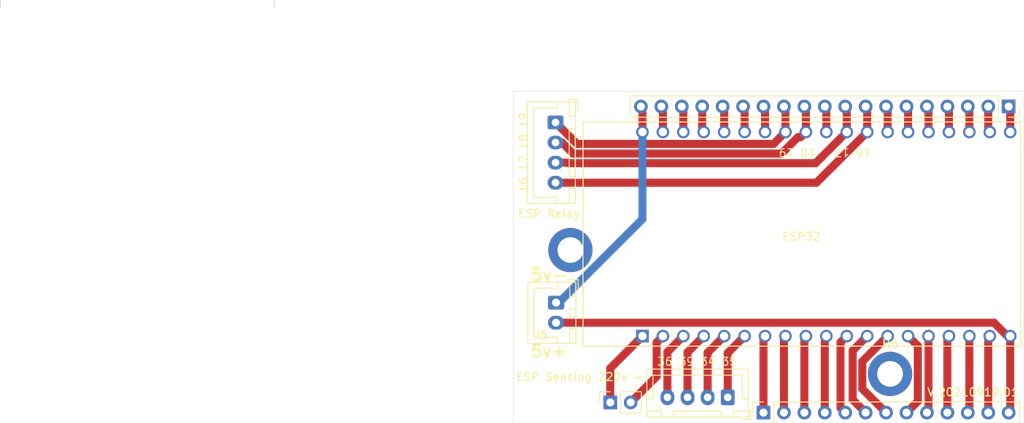
<source format=kicad_pcb>
(kicad_pcb (version 20171130) (host pcbnew "(5.1.6)-1")

  (general
    (thickness 1.6)
    (drawings 17)
    (tracks 103)
    (zones 0)
    (modules 9)
    (nets 41)
  )

  (page A4)
  (layers
    (0 F.Cu signal hide)
    (31 B.Cu signal)
    (32 B.Adhes user hide)
    (33 F.Adhes user hide)
    (34 B.Paste user hide)
    (35 F.Paste user hide)
    (36 B.SilkS user)
    (37 F.SilkS user)
    (38 B.Mask user)
    (39 F.Mask user)
    (40 Dwgs.User user hide)
    (41 Cmts.User user hide)
    (42 Eco1.User user hide)
    (43 Eco2.User user hide)
    (44 Edge.Cuts user)
    (45 Margin user hide)
    (46 B.CrtYd user hide)
    (47 F.CrtYd user hide)
    (48 B.Fab user hide)
    (49 F.Fab user hide)
  )

  (setup
    (last_trace_width 1)
    (user_trace_width 0.4)
    (user_trace_width 1)
    (user_trace_width 2)
    (user_trace_width 3)
    (trace_clearance 0.2)
    (zone_clearance 0.508)
    (zone_45_only no)
    (trace_min 0.2)
    (via_size 0.8)
    (via_drill 0.4)
    (via_min_size 0.4)
    (via_min_drill 0.3)
    (uvia_size 0.3)
    (uvia_drill 0.1)
    (uvias_allowed no)
    (uvia_min_size 0.2)
    (uvia_min_drill 0.1)
    (edge_width 0.05)
    (segment_width 0.2)
    (pcb_text_width 0.3)
    (pcb_text_size 1.5 1.5)
    (mod_edge_width 0.12)
    (mod_text_size 1 1)
    (mod_text_width 0.15)
    (pad_size 1.524 1.524)
    (pad_drill 0.762)
    (pad_to_mask_clearance 0.05)
    (aux_axis_origin 0 0)
    (visible_elements 7FFFFFFF)
    (pcbplotparams
      (layerselection 0x010fc_ffffffff)
      (usegerberextensions false)
      (usegerberattributes false)
      (usegerberadvancedattributes false)
      (creategerberjobfile false)
      (excludeedgelayer true)
      (linewidth 0.100000)
      (plotframeref false)
      (viasonmask false)
      (mode 1)
      (useauxorigin false)
      (hpglpennumber 1)
      (hpglpenspeed 20)
      (hpglpendiameter 15.000000)
      (psnegative false)
      (psa4output false)
      (plotreference true)
      (plotvalue true)
      (plotinvisibletext false)
      (padsonsilk false)
      (subtractmaskfromsilk false)
      (outputformat 1)
      (mirror false)
      (drillshape 0)
      (scaleselection 1)
      (outputdirectory "geber"))
  )

  (net 0 "")
  (net 1 5V+)
  (net 2 "GND(5V)")
  (net 3 "Net-(H6-Pad1)")
  (net 4 "Net-(J3-Pad3)")
  (net 5 "Net-(J3-Pad4)")
  (net 6 "Net-(J3-Pad5)")
  (net 7 "Net-(J3-Pad6)")
  (net 8 "Net-(H7-Pad1)")
  (net 9 "Net-(J2-Pad4)")
  (net 10 "Net-(J2-Pad3)")
  (net 11 "Net-(J2-Pad2)")
  (net 12 "Net-(J2-Pad1)")
  (net 13 "Net-(J6-Pad4)")
  (net 14 "Net-(J6-Pad3)")
  (net 15 "Net-(J6-Pad2)")
  (net 16 "Net-(J6-Pad1)")
  (net 17 "Net-(J1-Pad1)")
  (net 18 "Net-(J1-Pad2)")
  (net 19 "Net-(J3-Pad1)")
  (net 20 "Net-(J3-Pad2)")
  (net 21 "Net-(J3-Pad7)")
  (net 22 "Net-(J3-Pad8)")
  (net 23 "Net-(J3-Pad9)")
  (net 24 "Net-(J3-Pad10)")
  (net 25 "Net-(J3-Pad11)")
  (net 26 "Net-(J3-Pad12)")
  (net 27 "Net-(J4-Pad18)")
  (net 28 "Net-(J4-Pad17)")
  (net 29 "Net-(J4-Pad16)")
  (net 30 "Net-(J4-Pad15)")
  (net 31 "Net-(J4-Pad14)")
  (net 32 "Net-(J4-Pad13)")
  (net 33 "Net-(J4-Pad10)")
  (net 34 "Net-(J4-Pad7)")
  (net 35 "Net-(J4-Pad6)")
  (net 36 "Net-(J4-Pad5)")
  (net 37 "Net-(J4-Pad4)")
  (net 38 "Net-(J4-Pad3)")
  (net 39 "Net-(J4-Pad2)")
  (net 40 "Net-(J4-Pad1)")

  (net_class Default "This is the default net class."
    (clearance 0.2)
    (trace_width 0.25)
    (via_dia 0.8)
    (via_drill 0.4)
    (uvia_dia 0.3)
    (uvia_drill 0.1)
    (add_net 5V+)
    (add_net "GND(5V)")
    (add_net "Net-(H6-Pad1)")
    (add_net "Net-(H7-Pad1)")
    (add_net "Net-(J1-Pad1)")
    (add_net "Net-(J1-Pad2)")
    (add_net "Net-(J2-Pad1)")
    (add_net "Net-(J2-Pad2)")
    (add_net "Net-(J2-Pad3)")
    (add_net "Net-(J2-Pad4)")
    (add_net "Net-(J3-Pad1)")
    (add_net "Net-(J3-Pad10)")
    (add_net "Net-(J3-Pad11)")
    (add_net "Net-(J3-Pad12)")
    (add_net "Net-(J3-Pad2)")
    (add_net "Net-(J3-Pad3)")
    (add_net "Net-(J3-Pad4)")
    (add_net "Net-(J3-Pad5)")
    (add_net "Net-(J3-Pad6)")
    (add_net "Net-(J3-Pad7)")
    (add_net "Net-(J3-Pad8)")
    (add_net "Net-(J3-Pad9)")
    (add_net "Net-(J4-Pad1)")
    (add_net "Net-(J4-Pad10)")
    (add_net "Net-(J4-Pad13)")
    (add_net "Net-(J4-Pad14)")
    (add_net "Net-(J4-Pad15)")
    (add_net "Net-(J4-Pad16)")
    (add_net "Net-(J4-Pad17)")
    (add_net "Net-(J4-Pad18)")
    (add_net "Net-(J4-Pad2)")
    (add_net "Net-(J4-Pad3)")
    (add_net "Net-(J4-Pad4)")
    (add_net "Net-(J4-Pad5)")
    (add_net "Net-(J4-Pad6)")
    (add_net "Net-(J4-Pad7)")
    (add_net "Net-(J6-Pad1)")
    (add_net "Net-(J6-Pad2)")
    (add_net "Net-(J6-Pad3)")
    (add_net "Net-(J6-Pad4)")
  )

  (net_class 220v ""
    (clearance 0.8)
    (trace_width 2)
    (via_dia 3)
    (via_drill 2)
    (uvia_dia 0.3)
    (uvia_drill 0.1)
  )

  (module Connector_PinSocket_2.54mm:PinSocket_1x19_P2.54mm_Vertical (layer F.Cu) (tedit 5A19A430) (tstamp 614A3E18)
    (at 164.465 29.21 270)
    (descr "Through hole straight socket strip, 1x19, 2.54mm pitch, single row (from Kicad 4.0.7), script generated")
    (tags "Through hole socket strip THT 1x19 2.54mm single row")
    (path /614ADAB7)
    (fp_text reference J4 (at 0 -2.77 90) (layer F.SilkS) hide
      (effects (font (size 1 1) (thickness 0.15)))
    )
    (fp_text value Conn_01x19_Male (at 0 48.49 90) (layer F.Fab)
      (effects (font (size 1 1) (thickness 0.15)))
    )
    (fp_text user %R (at 0 22.86) (layer F.Fab)
      (effects (font (size 1 1) (thickness 0.15)))
    )
    (fp_line (start -1.27 -1.27) (end 0.635 -1.27) (layer F.Fab) (width 0.1))
    (fp_line (start 0.635 -1.27) (end 1.27 -0.635) (layer F.Fab) (width 0.1))
    (fp_line (start 1.27 -0.635) (end 1.27 46.99) (layer F.Fab) (width 0.1))
    (fp_line (start 1.27 46.99) (end -1.27 46.99) (layer F.Fab) (width 0.1))
    (fp_line (start -1.27 46.99) (end -1.27 -1.27) (layer F.Fab) (width 0.1))
    (fp_line (start -1.33 1.27) (end 1.33 1.27) (layer F.SilkS) (width 0.12))
    (fp_line (start -1.33 1.27) (end -1.33 47.05) (layer F.SilkS) (width 0.12))
    (fp_line (start -1.33 47.05) (end 1.33 47.05) (layer F.SilkS) (width 0.12))
    (fp_line (start 1.33 1.27) (end 1.33 47.05) (layer F.SilkS) (width 0.12))
    (fp_line (start 1.33 -1.33) (end 1.33 0) (layer F.SilkS) (width 0.12))
    (fp_line (start 0 -1.33) (end 1.33 -1.33) (layer F.SilkS) (width 0.12))
    (fp_line (start -1.8 -1.8) (end 1.75 -1.8) (layer F.CrtYd) (width 0.05))
    (fp_line (start 1.75 -1.8) (end 1.75 47.5) (layer F.CrtYd) (width 0.05))
    (fp_line (start 1.75 47.5) (end -1.8 47.5) (layer F.CrtYd) (width 0.05))
    (fp_line (start -1.8 47.5) (end -1.8 -1.8) (layer F.CrtYd) (width 0.05))
    (pad 19 thru_hole oval (at 0 45.72 270) (size 1.7 1.7) (drill 1) (layers *.Cu *.Mask)
      (net 2 "GND(5V)"))
    (pad 18 thru_hole oval (at 0 43.18 270) (size 1.7 1.7) (drill 1) (layers *.Cu *.Mask)
      (net 27 "Net-(J4-Pad18)"))
    (pad 17 thru_hole oval (at 0 40.64 270) (size 1.7 1.7) (drill 1) (layers *.Cu *.Mask)
      (net 28 "Net-(J4-Pad17)"))
    (pad 16 thru_hole oval (at 0 38.1 270) (size 1.7 1.7) (drill 1) (layers *.Cu *.Mask)
      (net 29 "Net-(J4-Pad16)"))
    (pad 15 thru_hole oval (at 0 35.56 270) (size 1.7 1.7) (drill 1) (layers *.Cu *.Mask)
      (net 30 "Net-(J4-Pad15)"))
    (pad 14 thru_hole oval (at 0 33.02 270) (size 1.7 1.7) (drill 1) (layers *.Cu *.Mask)
      (net 31 "Net-(J4-Pad14)"))
    (pad 13 thru_hole oval (at 0 30.48 270) (size 1.7 1.7) (drill 1) (layers *.Cu *.Mask)
      (net 32 "Net-(J4-Pad13)"))
    (pad 12 thru_hole oval (at 0 27.94 270) (size 1.7 1.7) (drill 1) (layers *.Cu *.Mask)
      (net 12 "Net-(J2-Pad1)"))
    (pad 11 thru_hole oval (at 0 25.4 270) (size 1.7 1.7) (drill 1) (layers *.Cu *.Mask)
      (net 11 "Net-(J2-Pad2)"))
    (pad 10 thru_hole oval (at 0 22.86 270) (size 1.7 1.7) (drill 1) (layers *.Cu *.Mask)
      (net 33 "Net-(J4-Pad10)"))
    (pad 9 thru_hole oval (at 0 20.32 270) (size 1.7 1.7) (drill 1) (layers *.Cu *.Mask)
      (net 10 "Net-(J2-Pad3)"))
    (pad 8 thru_hole oval (at 0 17.78 270) (size 1.7 1.7) (drill 1) (layers *.Cu *.Mask)
      (net 9 "Net-(J2-Pad4)"))
    (pad 7 thru_hole oval (at 0 15.24 270) (size 1.7 1.7) (drill 1) (layers *.Cu *.Mask)
      (net 34 "Net-(J4-Pad7)"))
    (pad 6 thru_hole oval (at 0 12.7 270) (size 1.7 1.7) (drill 1) (layers *.Cu *.Mask)
      (net 35 "Net-(J4-Pad6)"))
    (pad 5 thru_hole oval (at 0 10.16 270) (size 1.7 1.7) (drill 1) (layers *.Cu *.Mask)
      (net 36 "Net-(J4-Pad5)"))
    (pad 4 thru_hole oval (at 0 7.62 270) (size 1.7 1.7) (drill 1) (layers *.Cu *.Mask)
      (net 37 "Net-(J4-Pad4)"))
    (pad 3 thru_hole oval (at 0 5.08 270) (size 1.7 1.7) (drill 1) (layers *.Cu *.Mask)
      (net 38 "Net-(J4-Pad3)"))
    (pad 2 thru_hole oval (at 0 2.54 270) (size 1.7 1.7) (drill 1) (layers *.Cu *.Mask)
      (net 39 "Net-(J4-Pad2)"))
    (pad 1 thru_hole rect (at 0 0 270) (size 1.7 1.7) (drill 1) (layers *.Cu *.Mask)
      (net 40 "Net-(J4-Pad1)"))
    (model ${KISYS3DMOD}/Connector_PinSocket_2.54mm.3dshapes/PinSocket_1x19_P2.54mm_Vertical.wrl
      (at (xyz 0 0 0))
      (scale (xyz 1 1 1))
      (rotate (xyz 0 0 0))
    )
  )

  (module Connector_PinSocket_2.54mm:PinSocket_1x13_P2.54mm_Vertical (layer F.Cu) (tedit 5A19A421) (tstamp 614A3DF1)
    (at 133.985 67.31 90)
    (descr "Through hole straight socket strip, 1x13, 2.54mm pitch, single row (from Kicad 4.0.7), script generated")
    (tags "Through hole socket strip THT 1x13 2.54mm single row")
    (path /614BEADB)
    (fp_text reference J3 (at 0 -2.77 90) (layer F.SilkS) hide
      (effects (font (size 1 1) (thickness 0.15)))
    )
    (fp_text value Conn_01x13_Male (at 0 33.25 90) (layer F.Fab)
      (effects (font (size 1 1) (thickness 0.15)))
    )
    (fp_text user %R (at 0 15.24) (layer F.Fab)
      (effects (font (size 1 1) (thickness 0.15)))
    )
    (fp_line (start -1.27 -1.27) (end 0.635 -1.27) (layer F.Fab) (width 0.1))
    (fp_line (start 0.635 -1.27) (end 1.27 -0.635) (layer F.Fab) (width 0.1))
    (fp_line (start 1.27 -0.635) (end 1.27 31.75) (layer F.Fab) (width 0.1))
    (fp_line (start 1.27 31.75) (end -1.27 31.75) (layer F.Fab) (width 0.1))
    (fp_line (start -1.27 31.75) (end -1.27 -1.27) (layer F.Fab) (width 0.1))
    (fp_line (start -1.33 1.27) (end 1.33 1.27) (layer F.SilkS) (width 0.12))
    (fp_line (start -1.33 1.27) (end -1.33 31.81) (layer F.SilkS) (width 0.12))
    (fp_line (start -1.33 31.81) (end 1.33 31.81) (layer F.SilkS) (width 0.12))
    (fp_line (start 1.33 1.27) (end 1.33 31.81) (layer F.SilkS) (width 0.12))
    (fp_line (start 1.33 -1.33) (end 1.33 0) (layer F.SilkS) (width 0.12))
    (fp_line (start 0 -1.33) (end 1.33 -1.33) (layer F.SilkS) (width 0.12))
    (fp_line (start -1.8 -1.8) (end 1.75 -1.8) (layer F.CrtYd) (width 0.05))
    (fp_line (start 1.75 -1.8) (end 1.75 32.25) (layer F.CrtYd) (width 0.05))
    (fp_line (start 1.75 32.25) (end -1.8 32.25) (layer F.CrtYd) (width 0.05))
    (fp_line (start -1.8 32.25) (end -1.8 -1.8) (layer F.CrtYd) (width 0.05))
    (pad 13 thru_hole oval (at 0 30.48 90) (size 1.7 1.7) (drill 1) (layers *.Cu *.Mask)
      (net 1 5V+))
    (pad 12 thru_hole oval (at 0 27.94 90) (size 1.7 1.7) (drill 1) (layers *.Cu *.Mask)
      (net 26 "Net-(J3-Pad12)"))
    (pad 11 thru_hole oval (at 0 25.4 90) (size 1.7 1.7) (drill 1) (layers *.Cu *.Mask)
      (net 25 "Net-(J3-Pad11)"))
    (pad 10 thru_hole oval (at 0 22.86 90) (size 1.7 1.7) (drill 1) (layers *.Cu *.Mask)
      (net 24 "Net-(J3-Pad10)"))
    (pad 9 thru_hole oval (at 0 20.32 90) (size 1.7 1.7) (drill 1) (layers *.Cu *.Mask)
      (net 23 "Net-(J3-Pad9)"))
    (pad 8 thru_hole oval (at 0 17.78 90) (size 1.7 1.7) (drill 1) (layers *.Cu *.Mask)
      (net 22 "Net-(J3-Pad8)"))
    (pad 7 thru_hole oval (at 0 15.24 90) (size 1.7 1.7) (drill 1) (layers *.Cu *.Mask)
      (net 21 "Net-(J3-Pad7)"))
    (pad 6 thru_hole oval (at 0 12.7 90) (size 1.7 1.7) (drill 1) (layers *.Cu *.Mask)
      (net 7 "Net-(J3-Pad6)"))
    (pad 5 thru_hole oval (at 0 10.16 90) (size 1.7 1.7) (drill 1) (layers *.Cu *.Mask)
      (net 6 "Net-(J3-Pad5)"))
    (pad 4 thru_hole oval (at 0 7.62 90) (size 1.7 1.7) (drill 1) (layers *.Cu *.Mask)
      (net 5 "Net-(J3-Pad4)"))
    (pad 3 thru_hole oval (at 0 5.08 90) (size 1.7 1.7) (drill 1) (layers *.Cu *.Mask)
      (net 4 "Net-(J3-Pad3)"))
    (pad 2 thru_hole oval (at 0 2.54 90) (size 1.7 1.7) (drill 1) (layers *.Cu *.Mask)
      (net 20 "Net-(J3-Pad2)"))
    (pad 1 thru_hole rect (at 0 0 90) (size 1.7 1.7) (drill 1) (layers *.Cu *.Mask)
      (net 19 "Net-(J3-Pad1)"))
    (model ${KISYS3DMOD}/Connector_PinSocket_2.54mm.3dshapes/PinSocket_1x13_P2.54mm_Vertical.wrl
      (at (xyz 0 0 0))
      (scale (xyz 1 1 1))
      (rotate (xyz 0 0 0))
    )
  )

  (module Connector_PinSocket_2.54mm:PinSocket_1x02_P2.54mm_Vertical (layer F.Cu) (tedit 5A19A420) (tstamp 614A3D7C)
    (at 114.935 66.04 90)
    (descr "Through hole straight socket strip, 1x02, 2.54mm pitch, single row (from Kicad 4.0.7), script generated")
    (tags "Through hole socket strip THT 1x02 2.54mm single row")
    (path /614C4A36)
    (fp_text reference J1 (at 0 -2.77 90) (layer F.SilkS) hide
      (effects (font (size 1 1) (thickness 0.15)))
    )
    (fp_text value Conn_01x02_Male (at 0 5.31 90) (layer F.Fab)
      (effects (font (size 1 1) (thickness 0.15)))
    )
    (fp_text user %R (at 0 1.27) (layer F.Fab)
      (effects (font (size 1 1) (thickness 0.15)))
    )
    (fp_line (start -1.27 -1.27) (end 0.635 -1.27) (layer F.Fab) (width 0.1))
    (fp_line (start 0.635 -1.27) (end 1.27 -0.635) (layer F.Fab) (width 0.1))
    (fp_line (start 1.27 -0.635) (end 1.27 3.81) (layer F.Fab) (width 0.1))
    (fp_line (start 1.27 3.81) (end -1.27 3.81) (layer F.Fab) (width 0.1))
    (fp_line (start -1.27 3.81) (end -1.27 -1.27) (layer F.Fab) (width 0.1))
    (fp_line (start -1.33 1.27) (end 1.33 1.27) (layer F.SilkS) (width 0.12))
    (fp_line (start -1.33 1.27) (end -1.33 3.87) (layer F.SilkS) (width 0.12))
    (fp_line (start -1.33 3.87) (end 1.33 3.87) (layer F.SilkS) (width 0.12))
    (fp_line (start 1.33 1.27) (end 1.33 3.87) (layer F.SilkS) (width 0.12))
    (fp_line (start 1.33 -1.33) (end 1.33 0) (layer F.SilkS) (width 0.12))
    (fp_line (start 0 -1.33) (end 1.33 -1.33) (layer F.SilkS) (width 0.12))
    (fp_line (start -1.8 -1.8) (end 1.75 -1.8) (layer F.CrtYd) (width 0.05))
    (fp_line (start 1.75 -1.8) (end 1.75 4.3) (layer F.CrtYd) (width 0.05))
    (fp_line (start 1.75 4.3) (end -1.8 4.3) (layer F.CrtYd) (width 0.05))
    (fp_line (start -1.8 4.3) (end -1.8 -1.8) (layer F.CrtYd) (width 0.05))
    (pad 2 thru_hole oval (at 0 2.54 90) (size 1.7 1.7) (drill 1) (layers *.Cu *.Mask)
      (net 18 "Net-(J1-Pad2)"))
    (pad 1 thru_hole rect (at 0 0 90) (size 1.7 1.7) (drill 1) (layers *.Cu *.Mask)
      (net 17 "Net-(J1-Pad1)"))
    (model ${KISYS3DMOD}/Connector_PinSocket_2.54mm.3dshapes/PinSocket_1x02_P2.54mm_Vertical.wrl
      (at (xyz 0 0 0))
      (scale (xyz 1 1 1))
      (rotate (xyz 0 0 0))
    )
  )

  (module MountingHole:MountingHole_3.2mm_M3_ISO14580_Pad (layer F.Cu) (tedit 56D1B4CB) (tstamp 614A615B)
    (at 109.97692 47.0789)
    (descr "Mounting Hole 3.2mm, M3, ISO14580")
    (tags "mounting hole 3.2mm m3 iso14580")
    (path /615876D7)
    (attr virtual)
    (fp_text reference H7 (at 0 -0.0889) (layer F.SilkS)
      (effects (font (size 1 1) (thickness 0.15)))
    )
    (fp_text value MountingHole_Pad (at 0 3.75) (layer F.Fab)
      (effects (font (size 1 1) (thickness 0.15)))
    )
    (fp_text user %R (at 0.3 0) (layer F.Fab)
      (effects (font (size 1 1) (thickness 0.15)))
    )
    (fp_circle (center 0 0) (end 3 0) (layer F.CrtYd) (width 0.05))
    (fp_circle (center 0 0) (end 2.75 0) (layer Cmts.User) (width 0.15))
    (pad 1 thru_hole circle (at 0 0) (size 5.5 5.5) (drill 3.2) (layers *.Cu *.Mask)
      (net 8 "Net-(H7-Pad1)"))
  )

  (module Connector_JST:JST_XH_B4B-XH-A_1x04_P2.50mm_Vertical (layer F.Cu) (tedit 5C28146C) (tstamp 6148D134)
    (at 108.13034 31.195 270)
    (descr "JST XH series connector, B4B-XH-A (http://www.jst-mfg.com/product/pdf/eng/eXH.pdf), generated with kicad-footprint-generator")
    (tags "connector JST XH vertical")
    (path /614144AF)
    (fp_text reference J2 (at -3.31216 2.6924) (layer F.SilkS) hide
      (effects (font (size 1 1) (thickness 0.15)))
    )
    (fp_text value Conn-ESP-Relays (at 3.75 4.6 90) (layer F.Fab)
      (effects (font (size 1 1) (thickness 0.15)))
    )
    (fp_text user %R (at 3.75 2.7 90) (layer F.Fab)
      (effects (font (size 1 1) (thickness 0.15)))
    )
    (fp_line (start -2.45 -2.35) (end -2.45 3.4) (layer F.Fab) (width 0.1))
    (fp_line (start -2.45 3.4) (end 9.95 3.4) (layer F.Fab) (width 0.1))
    (fp_line (start 9.95 3.4) (end 9.95 -2.35) (layer F.Fab) (width 0.1))
    (fp_line (start 9.95 -2.35) (end -2.45 -2.35) (layer F.Fab) (width 0.1))
    (fp_line (start -2.56 -2.46) (end -2.56 3.51) (layer F.SilkS) (width 0.12))
    (fp_line (start -2.56 3.51) (end 10.06 3.51) (layer F.SilkS) (width 0.12))
    (fp_line (start 10.06 3.51) (end 10.06 -2.46) (layer F.SilkS) (width 0.12))
    (fp_line (start 10.06 -2.46) (end -2.56 -2.46) (layer F.SilkS) (width 0.12))
    (fp_line (start -2.95 -2.85) (end -2.95 3.9) (layer F.CrtYd) (width 0.05))
    (fp_line (start -2.95 3.9) (end 10.45 3.9) (layer F.CrtYd) (width 0.05))
    (fp_line (start 10.45 3.9) (end 10.45 -2.85) (layer F.CrtYd) (width 0.05))
    (fp_line (start 10.45 -2.85) (end -2.95 -2.85) (layer F.CrtYd) (width 0.05))
    (fp_line (start -0.625 -2.35) (end 0 -1.35) (layer F.Fab) (width 0.1))
    (fp_line (start 0 -1.35) (end 0.625 -2.35) (layer F.Fab) (width 0.1))
    (fp_line (start 0.75 -2.45) (end 0.75 -1.7) (layer F.SilkS) (width 0.12))
    (fp_line (start 0.75 -1.7) (end 6.75 -1.7) (layer F.SilkS) (width 0.12))
    (fp_line (start 6.75 -1.7) (end 6.75 -2.45) (layer F.SilkS) (width 0.12))
    (fp_line (start 6.75 -2.45) (end 0.75 -2.45) (layer F.SilkS) (width 0.12))
    (fp_line (start -2.55 -2.45) (end -2.55 -1.7) (layer F.SilkS) (width 0.12))
    (fp_line (start -2.55 -1.7) (end -0.75 -1.7) (layer F.SilkS) (width 0.12))
    (fp_line (start -0.75 -1.7) (end -0.75 -2.45) (layer F.SilkS) (width 0.12))
    (fp_line (start -0.75 -2.45) (end -2.55 -2.45) (layer F.SilkS) (width 0.12))
    (fp_line (start 8.25 -2.45) (end 8.25 -1.7) (layer F.SilkS) (width 0.12))
    (fp_line (start 8.25 -1.7) (end 10.05 -1.7) (layer F.SilkS) (width 0.12))
    (fp_line (start 10.05 -1.7) (end 10.05 -2.45) (layer F.SilkS) (width 0.12))
    (fp_line (start 10.05 -2.45) (end 8.25 -2.45) (layer F.SilkS) (width 0.12))
    (fp_line (start -2.55 -0.2) (end -1.8 -0.2) (layer F.SilkS) (width 0.12))
    (fp_line (start -1.8 -0.2) (end -1.8 2.75) (layer F.SilkS) (width 0.12))
    (fp_line (start -1.8 2.75) (end 3.75 2.75) (layer F.SilkS) (width 0.12))
    (fp_line (start 10.05 -0.2) (end 9.3 -0.2) (layer F.SilkS) (width 0.12))
    (fp_line (start 9.3 -0.2) (end 9.3 2.75) (layer F.SilkS) (width 0.12))
    (fp_line (start 9.3 2.75) (end 3.75 2.75) (layer F.SilkS) (width 0.12))
    (fp_line (start -1.6 -2.75) (end -2.85 -2.75) (layer F.SilkS) (width 0.12))
    (fp_line (start -2.85 -2.75) (end -2.85 -1.5) (layer F.SilkS) (width 0.12))
    (pad 1 thru_hole roundrect (at 0 0 270) (size 1.7 1.95) (drill 0.95) (layers *.Cu *.Mask) (roundrect_rratio 0.147059)
      (net 12 "Net-(J2-Pad1)"))
    (pad 2 thru_hole oval (at 2.5 0 270) (size 1.7 1.95) (drill 0.95) (layers *.Cu *.Mask)
      (net 11 "Net-(J2-Pad2)"))
    (pad 3 thru_hole oval (at 5 0 270) (size 1.7 1.95) (drill 0.95) (layers *.Cu *.Mask)
      (net 10 "Net-(J2-Pad3)"))
    (pad 4 thru_hole oval (at 7.5 0 270) (size 1.7 1.95) (drill 0.95) (layers *.Cu *.Mask)
      (net 9 "Net-(J2-Pad4)"))
    (model ${KISYS3DMOD}/Connector_JST.3dshapes/JST_XH_B4B-XH-A_1x04_P2.50mm_Vertical.wrl
      (at (xyz 0 0 0))
      (scale (xyz 1 1 1))
      (rotate (xyz 0 0 0))
    )
  )

  (module esp32-footprint:MODULE_ESP32-DEVKITC-32D (layer F.Cu) (tedit 6135332B) (tstamp 613E13EF)
    (at 138.69804 45.085 90)
    (path /614B99F7)
    (fp_text reference ESP32 (at -0.31496 -0.00642 180) (layer F.SilkS)
      (effects (font (size 1.000386 1.000386) (thickness 0.15)))
    )
    (fp_text value ESP32-DEVKITC-32D (at 1.24136 28.294535 90) (layer F.Fab)
      (effects (font (size 1.001047 1.001047) (thickness 0.15)))
    )
    (fp_line (start -13.95 -27.15) (end 13.95 -27.15) (layer F.Fab) (width 0.127))
    (fp_line (start 13.95 -27.15) (end 13.95 27.25) (layer F.Fab) (width 0.127))
    (fp_line (start 13.95 27.25) (end -13.95 27.25) (layer F.Fab) (width 0.127))
    (fp_line (start -13.95 27.25) (end -13.95 -27.15) (layer F.Fab) (width 0.127))
    (fp_line (start -13.95 27.25) (end -13.95 -27.15) (layer F.SilkS) (width 0.127))
    (fp_line (start -13.95 -27.15) (end 13.95 -27.15) (layer F.SilkS) (width 0.127))
    (fp_line (start 13.95 -27.15) (end 13.95 27.25) (layer F.SilkS) (width 0.127))
    (fp_line (start 13.95 27.25) (end -13.95 27.25) (layer F.SilkS) (width 0.127))
    (fp_line (start -14.2 -27.4) (end 14.2 -27.4) (layer F.CrtYd) (width 0.05))
    (fp_line (start 14.2 -27.4) (end 14.2 27.5) (layer F.CrtYd) (width 0.05))
    (fp_line (start 14.2 27.5) (end -14.2 27.5) (layer F.CrtYd) (width 0.05))
    (fp_line (start -14.2 27.5) (end -14.2 -27.4) (layer F.CrtYd) (width 0.05))
    (fp_circle (center -14.6 -19.9) (end -14.46 -19.9) (layer F.Fab) (width 0.28))
    (fp_circle (center -14.6 -19.9) (end -14.46 -19.9) (layer F.Fab) (width 0.28))
    (pad 1 thru_hole rect (at -12.7 -19.76 90) (size 1.56 1.56) (drill 1.04) (layers *.Cu *.Mask)
      (net 17 "Net-(J1-Pad1)"))
    (pad 2 thru_hole circle (at -12.7 -17.22 90) (size 1.56 1.56) (drill 1.04) (layers *.Cu *.Mask)
      (net 18 "Net-(J1-Pad2)"))
    (pad 19 thru_hole circle (at -12.7 25.96 90) (size 1.56 1.56) (drill 1.04) (layers *.Cu *.Mask)
      (net 1 5V+))
    (pad 3 thru_hole circle (at -12.7 -14.68 90) (size 1.56 1.56) (drill 1.04) (layers *.Cu *.Mask)
      (net 13 "Net-(J6-Pad4)"))
    (pad 4 thru_hole circle (at -12.7 -12.14 90) (size 1.56 1.56) (drill 1.04) (layers *.Cu *.Mask)
      (net 14 "Net-(J6-Pad3)"))
    (pad 5 thru_hole circle (at -12.7 -9.6 90) (size 1.56 1.56) (drill 1.04) (layers *.Cu *.Mask)
      (net 15 "Net-(J6-Pad2)"))
    (pad 6 thru_hole circle (at -12.7 -7.06 90) (size 1.56 1.56) (drill 1.04) (layers *.Cu *.Mask)
      (net 16 "Net-(J6-Pad1)"))
    (pad 7 thru_hole circle (at -12.7 -4.52 90) (size 1.56 1.56) (drill 1.04) (layers *.Cu *.Mask)
      (net 19 "Net-(J3-Pad1)"))
    (pad 8 thru_hole circle (at -12.7 -1.98 90) (size 1.56 1.56) (drill 1.04) (layers *.Cu *.Mask)
      (net 20 "Net-(J3-Pad2)"))
    (pad 9 thru_hole circle (at -12.7 0.56 90) (size 1.56 1.56) (drill 1.04) (layers *.Cu *.Mask)
      (net 4 "Net-(J3-Pad3)"))
    (pad 10 thru_hole circle (at -12.7 3.1 90) (size 1.56 1.56) (drill 1.04) (layers *.Cu *.Mask)
      (net 5 "Net-(J3-Pad4)"))
    (pad 11 thru_hole circle (at -12.7 5.64 90) (size 1.56 1.56) (drill 1.04) (layers *.Cu *.Mask)
      (net 6 "Net-(J3-Pad5)"))
    (pad 12 thru_hole circle (at -12.7 8.18 90) (size 1.56 1.56) (drill 1.04) (layers *.Cu *.Mask)
      (net 7 "Net-(J3-Pad6)"))
    (pad 13 thru_hole circle (at -12.7 10.72 90) (size 1.56 1.56) (drill 1.04) (layers *.Cu *.Mask)
      (net 21 "Net-(J3-Pad7)"))
    (pad 14 thru_hole circle (at -12.7 13.26 90) (size 1.56 1.56) (drill 1.04) (layers *.Cu *.Mask)
      (net 22 "Net-(J3-Pad8)"))
    (pad 15 thru_hole circle (at -12.7 15.8 90) (size 1.56 1.56) (drill 1.04) (layers *.Cu *.Mask)
      (net 23 "Net-(J3-Pad9)"))
    (pad 16 thru_hole circle (at -12.7 18.34 90) (size 1.56 1.56) (drill 1.04) (layers *.Cu *.Mask)
      (net 24 "Net-(J3-Pad10)"))
    (pad 17 thru_hole circle (at -12.7 20.88 90) (size 1.56 1.56) (drill 1.04) (layers *.Cu *.Mask)
      (net 25 "Net-(J3-Pad11)"))
    (pad 18 thru_hole circle (at -12.7 23.42 90) (size 1.56 1.56) (drill 1.04) (layers *.Cu *.Mask)
      (net 26 "Net-(J3-Pad12)"))
    (pad 20 thru_hole circle (at 12.7 -19.76 90) (size 1.56 1.56) (drill 1.04) (layers *.Cu *.Mask)
      (net 2 "GND(5V)"))
    (pad 21 thru_hole circle (at 12.7 -17.22 90) (size 1.56 1.56) (drill 1.04) (layers *.Cu *.Mask)
      (net 27 "Net-(J4-Pad18)"))
    (pad 22 thru_hole circle (at 12.7 -14.68 90) (size 1.56 1.56) (drill 1.04) (layers *.Cu *.Mask)
      (net 28 "Net-(J4-Pad17)"))
    (pad 23 thru_hole circle (at 12.7 -12.14 90) (size 1.56 1.56) (drill 1.04) (layers *.Cu *.Mask)
      (net 29 "Net-(J4-Pad16)"))
    (pad 24 thru_hole circle (at 12.7 -9.6 90) (size 1.56 1.56) (drill 1.04) (layers *.Cu *.Mask)
      (net 30 "Net-(J4-Pad15)"))
    (pad 25 thru_hole circle (at 12.7 -7.06 90) (size 1.56 1.56) (drill 1.04) (layers *.Cu *.Mask)
      (net 31 "Net-(J4-Pad14)"))
    (pad 26 thru_hole circle (at 12.7 -4.52 90) (size 1.56 1.56) (drill 1.04) (layers *.Cu *.Mask)
      (net 32 "Net-(J4-Pad13)"))
    (pad 27 thru_hole circle (at 12.7 -1.98 90) (size 1.56 1.56) (drill 1.04) (layers *.Cu *.Mask)
      (net 12 "Net-(J2-Pad1)"))
    (pad 28 thru_hole circle (at 12.7 0.56 90) (size 1.56 1.56) (drill 1.04) (layers *.Cu *.Mask)
      (net 11 "Net-(J2-Pad2)"))
    (pad 29 thru_hole circle (at 12.7 3.1 90) (size 1.56 1.56) (drill 1.04) (layers *.Cu *.Mask)
      (net 33 "Net-(J4-Pad10)"))
    (pad 30 thru_hole circle (at 12.7 5.64 90) (size 1.56 1.56) (drill 1.04) (layers *.Cu *.Mask)
      (net 10 "Net-(J2-Pad3)"))
    (pad 31 thru_hole circle (at 12.7 8.18 90) (size 1.56 1.56) (drill 1.04) (layers *.Cu *.Mask)
      (net 9 "Net-(J2-Pad4)"))
    (pad 32 thru_hole circle (at 12.7 10.72 90) (size 1.56 1.56) (drill 1.04) (layers *.Cu *.Mask)
      (net 34 "Net-(J4-Pad7)"))
    (pad 33 thru_hole circle (at 12.7 13.26 90) (size 1.56 1.56) (drill 1.04) (layers *.Cu *.Mask)
      (net 35 "Net-(J4-Pad6)"))
    (pad 34 thru_hole circle (at 12.7 15.8 90) (size 1.56 1.56) (drill 1.04) (layers *.Cu *.Mask)
      (net 36 "Net-(J4-Pad5)"))
    (pad 35 thru_hole circle (at 12.7 18.34 90) (size 1.56 1.56) (drill 1.04) (layers *.Cu *.Mask)
      (net 37 "Net-(J4-Pad4)"))
    (pad 36 thru_hole circle (at 12.7 20.88 90) (size 1.56 1.56) (drill 1.04) (layers *.Cu *.Mask)
      (net 38 "Net-(J4-Pad3)"))
    (pad 37 thru_hole circle (at 12.7 23.42 90) (size 1.56 1.56) (drill 1.04) (layers *.Cu *.Mask)
      (net 39 "Net-(J4-Pad2)"))
    (pad 38 thru_hole circle (at 12.7 25.96 90) (size 1.56 1.56) (drill 1.04) (layers *.Cu *.Mask)
      (net 40 "Net-(J4-Pad1)"))
  )

  (module Connector_JST:JST_XH_B4B-XH-A_1x04_P2.50mm_Vertical (layer F.Cu) (tedit 5C28146C) (tstamp 613E29FF)
    (at 129.54 65.405 180)
    (descr "JST XH series connector, B4B-XH-A (http://www.jst-mfg.com/product/pdf/eng/eXH.pdf), generated with kicad-footprint-generator")
    (tags "connector JST XH vertical")
    (path /6140A7FD)
    (fp_text reference J6 (at -3.81 0) (layer F.SilkS) hide
      (effects (font (size 1 1) (thickness 0.15)))
    )
    (fp_text value Conn-Esp-Sensors (at 3.75 4.6) (layer F.Fab)
      (effects (font (size 1 1) (thickness 0.15)))
    )
    (fp_text user %R (at 3.75 2.7) (layer F.Fab)
      (effects (font (size 1 1) (thickness 0.15)))
    )
    (fp_line (start -2.85 -2.75) (end -2.85 -1.5) (layer F.SilkS) (width 0.12))
    (fp_line (start -1.6 -2.75) (end -2.85 -2.75) (layer F.SilkS) (width 0.12))
    (fp_line (start 9.3 2.75) (end 3.75 2.75) (layer F.SilkS) (width 0.12))
    (fp_line (start 9.3 -0.2) (end 9.3 2.75) (layer F.SilkS) (width 0.12))
    (fp_line (start 10.05 -0.2) (end 9.3 -0.2) (layer F.SilkS) (width 0.12))
    (fp_line (start -1.8 2.75) (end 3.75 2.75) (layer F.SilkS) (width 0.12))
    (fp_line (start -1.8 -0.2) (end -1.8 2.75) (layer F.SilkS) (width 0.12))
    (fp_line (start -2.55 -0.2) (end -1.8 -0.2) (layer F.SilkS) (width 0.12))
    (fp_line (start 10.05 -2.45) (end 8.25 -2.45) (layer F.SilkS) (width 0.12))
    (fp_line (start 10.05 -1.7) (end 10.05 -2.45) (layer F.SilkS) (width 0.12))
    (fp_line (start 8.25 -1.7) (end 10.05 -1.7) (layer F.SilkS) (width 0.12))
    (fp_line (start 8.25 -2.45) (end 8.25 -1.7) (layer F.SilkS) (width 0.12))
    (fp_line (start -0.75 -2.45) (end -2.55 -2.45) (layer F.SilkS) (width 0.12))
    (fp_line (start -0.75 -1.7) (end -0.75 -2.45) (layer F.SilkS) (width 0.12))
    (fp_line (start -2.55 -1.7) (end -0.75 -1.7) (layer F.SilkS) (width 0.12))
    (fp_line (start -2.55 -2.45) (end -2.55 -1.7) (layer F.SilkS) (width 0.12))
    (fp_line (start 6.75 -2.45) (end 0.75 -2.45) (layer F.SilkS) (width 0.12))
    (fp_line (start 6.75 -1.7) (end 6.75 -2.45) (layer F.SilkS) (width 0.12))
    (fp_line (start 0.75 -1.7) (end 6.75 -1.7) (layer F.SilkS) (width 0.12))
    (fp_line (start 0.75 -2.45) (end 0.75 -1.7) (layer F.SilkS) (width 0.12))
    (fp_line (start 0 -1.35) (end 0.625 -2.35) (layer F.Fab) (width 0.1))
    (fp_line (start -0.625 -2.35) (end 0 -1.35) (layer F.Fab) (width 0.1))
    (fp_line (start 10.45 -2.85) (end -2.95 -2.85) (layer F.CrtYd) (width 0.05))
    (fp_line (start 10.45 3.9) (end 10.45 -2.85) (layer F.CrtYd) (width 0.05))
    (fp_line (start -2.95 3.9) (end 10.45 3.9) (layer F.CrtYd) (width 0.05))
    (fp_line (start -2.95 -2.85) (end -2.95 3.9) (layer F.CrtYd) (width 0.05))
    (fp_line (start 10.06 -2.46) (end -2.56 -2.46) (layer F.SilkS) (width 0.12))
    (fp_line (start 10.06 3.51) (end 10.06 -2.46) (layer F.SilkS) (width 0.12))
    (fp_line (start -2.56 3.51) (end 10.06 3.51) (layer F.SilkS) (width 0.12))
    (fp_line (start -2.56 -2.46) (end -2.56 3.51) (layer F.SilkS) (width 0.12))
    (fp_line (start 9.95 -2.35) (end -2.45 -2.35) (layer F.Fab) (width 0.1))
    (fp_line (start 9.95 3.4) (end 9.95 -2.35) (layer F.Fab) (width 0.1))
    (fp_line (start -2.45 3.4) (end 9.95 3.4) (layer F.Fab) (width 0.1))
    (fp_line (start -2.45 -2.35) (end -2.45 3.4) (layer F.Fab) (width 0.1))
    (pad 1 thru_hole roundrect (at 0 0 180) (size 1.7 1.95) (drill 0.95) (layers *.Cu *.Mask) (roundrect_rratio 0.147059)
      (net 16 "Net-(J6-Pad1)"))
    (pad 2 thru_hole oval (at 2.5 0 180) (size 1.7 1.95) (drill 0.95) (layers *.Cu *.Mask)
      (net 15 "Net-(J6-Pad2)"))
    (pad 3 thru_hole oval (at 5 0 180) (size 1.7 1.95) (drill 0.95) (layers *.Cu *.Mask)
      (net 14 "Net-(J6-Pad3)"))
    (pad 4 thru_hole oval (at 7.5 0 180) (size 1.7 1.95) (drill 0.95) (layers *.Cu *.Mask)
      (net 13 "Net-(J6-Pad4)"))
    (model ${KISYS3DMOD}/Connector_JST.3dshapes/JST_XH_B4B-XH-A_1x04_P2.50mm_Vertical.wrl
      (at (xyz 0 0 0))
      (scale (xyz 1 1 1))
      (rotate (xyz 0 0 0))
    )
  )

  (module Connector_JST:JST_XH_B2B-XH-A_1x02_P2.50mm_Vertical (layer F.Cu) (tedit 5C28146C) (tstamp 613E28E9)
    (at 108.19892 53.62194 270)
    (descr "JST XH series connector, B2B-XH-A (http://www.jst-mfg.com/product/pdf/eng/eXH.pdf), generated with kicad-footprint-generator")
    (tags "connector JST XH vertical")
    (path /6143ACB7)
    (fp_text reference J5 (at 4.0513 1.88468) (layer F.SilkS)
      (effects (font (size 1 1) (thickness 0.15)))
    )
    (fp_text value Conn_01x02 (at 1.25 4.6 90) (layer F.Fab)
      (effects (font (size 1 1) (thickness 0.15)))
    )
    (fp_text user %R (at 1.25 2.7 90) (layer F.Fab)
      (effects (font (size 1 1) (thickness 0.15)))
    )
    (fp_line (start -2.85 -2.75) (end -2.85 -1.5) (layer F.SilkS) (width 0.12))
    (fp_line (start -1.6 -2.75) (end -2.85 -2.75) (layer F.SilkS) (width 0.12))
    (fp_line (start 4.3 2.75) (end 1.25 2.75) (layer F.SilkS) (width 0.12))
    (fp_line (start 4.3 -0.2) (end 4.3 2.75) (layer F.SilkS) (width 0.12))
    (fp_line (start 5.05 -0.2) (end 4.3 -0.2) (layer F.SilkS) (width 0.12))
    (fp_line (start -1.8 2.75) (end 1.25 2.75) (layer F.SilkS) (width 0.12))
    (fp_line (start -1.8 -0.2) (end -1.8 2.75) (layer F.SilkS) (width 0.12))
    (fp_line (start -2.55 -0.2) (end -1.8 -0.2) (layer F.SilkS) (width 0.12))
    (fp_line (start 5.05 -2.45) (end 3.25 -2.45) (layer F.SilkS) (width 0.12))
    (fp_line (start 5.05 -1.7) (end 5.05 -2.45) (layer F.SilkS) (width 0.12))
    (fp_line (start 3.25 -1.7) (end 5.05 -1.7) (layer F.SilkS) (width 0.12))
    (fp_line (start 3.25 -2.45) (end 3.25 -1.7) (layer F.SilkS) (width 0.12))
    (fp_line (start -0.75 -2.45) (end -2.55 -2.45) (layer F.SilkS) (width 0.12))
    (fp_line (start -0.75 -1.7) (end -0.75 -2.45) (layer F.SilkS) (width 0.12))
    (fp_line (start -2.55 -1.7) (end -0.75 -1.7) (layer F.SilkS) (width 0.12))
    (fp_line (start -2.55 -2.45) (end -2.55 -1.7) (layer F.SilkS) (width 0.12))
    (fp_line (start 1.75 -2.45) (end 0.75 -2.45) (layer F.SilkS) (width 0.12))
    (fp_line (start 1.75 -1.7) (end 1.75 -2.45) (layer F.SilkS) (width 0.12))
    (fp_line (start 0.75 -1.7) (end 1.75 -1.7) (layer F.SilkS) (width 0.12))
    (fp_line (start 0.75 -2.45) (end 0.75 -1.7) (layer F.SilkS) (width 0.12))
    (fp_line (start 0 -1.35) (end 0.625 -2.35) (layer F.Fab) (width 0.1))
    (fp_line (start -0.625 -2.35) (end 0 -1.35) (layer F.Fab) (width 0.1))
    (fp_line (start 5.45 -2.85) (end -2.95 -2.85) (layer F.CrtYd) (width 0.05))
    (fp_line (start 5.45 3.9) (end 5.45 -2.85) (layer F.CrtYd) (width 0.05))
    (fp_line (start -2.95 3.9) (end 5.45 3.9) (layer F.CrtYd) (width 0.05))
    (fp_line (start -2.95 -2.85) (end -2.95 3.9) (layer F.CrtYd) (width 0.05))
    (fp_line (start 5.06 -2.46) (end -2.56 -2.46) (layer F.SilkS) (width 0.12))
    (fp_line (start 5.06 3.51) (end 5.06 -2.46) (layer F.SilkS) (width 0.12))
    (fp_line (start -2.56 3.51) (end 5.06 3.51) (layer F.SilkS) (width 0.12))
    (fp_line (start -2.56 -2.46) (end -2.56 3.51) (layer F.SilkS) (width 0.12))
    (fp_line (start 4.95 -2.35) (end -2.45 -2.35) (layer F.Fab) (width 0.1))
    (fp_line (start 4.95 3.4) (end 4.95 -2.35) (layer F.Fab) (width 0.1))
    (fp_line (start -2.45 3.4) (end 4.95 3.4) (layer F.Fab) (width 0.1))
    (fp_line (start -2.45 -2.35) (end -2.45 3.4) (layer F.Fab) (width 0.1))
    (pad 1 thru_hole roundrect (at 0 0 270) (size 1.7 2) (drill 1) (layers *.Cu *.Mask) (roundrect_rratio 0.147059)
      (net 2 "GND(5V)"))
    (pad 2 thru_hole oval (at 2.5 0 270) (size 1.7 2) (drill 1) (layers *.Cu *.Mask)
      (net 1 5V+))
    (model ${KISYS3DMOD}/Connector_JST.3dshapes/JST_XH_B2B-XH-A_1x02_P2.50mm_Vertical.wrl
      (at (xyz 0 0 0))
      (scale (xyz 1 1 1))
      (rotate (xyz 0 0 0))
    )
  )

  (module MountingHole:MountingHole_3.2mm_M3_ISO14580_Pad (layer F.Cu) (tedit 56D1B4CB) (tstamp 613E2651)
    (at 149.7203 62.48908)
    (descr "Mounting Hole 3.2mm, M3, ISO14580")
    (tags "mounting hole 3.2mm m3 iso14580")
    (path /618C4621)
    (attr virtual)
    (fp_text reference H6 (at 0 -3.75) (layer F.SilkS)
      (effects (font (size 1 1) (thickness 0.15)))
    )
    (fp_text value MountingHole_Pad (at 0 3.75) (layer F.Fab)
      (effects (font (size 1 1) (thickness 0.15)))
    )
    (fp_circle (center 0 0) (end 2.75 0) (layer Cmts.User) (width 0.15))
    (fp_circle (center 0 0) (end 3 0) (layer F.CrtYd) (width 0.05))
    (fp_text user %R (at 0.3 0) (layer F.Fab)
      (effects (font (size 1 1) (thickness 0.15)))
    )
    (pad 1 thru_hole circle (at 0 0) (size 5.5 5.5) (drill 3.2) (layers *.Cu *.Mask)
      (net 3 "Net-(H6-Pad1)"))
  )

  (gr_text "36 39 34 35" (at 125.73 60.96) (layer F.SilkS) (tstamp 614A4D86)
    (effects (font (size 1 1) (thickness 0.125)))
  )
  (gr_text "16 17 18 19" (at 104.14 34.925 90) (layer F.SilkS) (tstamp 614A4D37)
    (effects (font (size 1 1) (thickness 0.125)))
  )
  (gr_text "16 17   18 19" (at 141.605 34.925 180) (layer F.SilkS)
    (effects (font (size 1 1) (thickness 0.125)))
  )
  (gr_line (start 166.37 27.305) (end 102.87 27.305) (layer Edge.Cuts) (width 0.05) (tstamp 613E14B4))
  (gr_line (start 73.152 16.891) (end 73.152 16.002) (layer Edge.Cuts) (width 0.1))
  (gr_text 5v- (at 107.315 50.165) (layer F.SilkS) (tstamp 614A2A98)
    (effects (font (size 1.5 1.5) (thickness 0.3)))
  )
  (gr_text 5v+ (at 107.315 59.69) (layer F.SilkS)
    (effects (font (size 1.5 1.5) (thickness 0.3)))
  )
  (gr_text "ESP Relay" (at 107.315 42.545) (layer F.SilkS) (tstamp 61490641)
    (effects (font (size 1 1) (thickness 0.15)))
  )
  (gr_text "ESP Sensing 220v →" (at 111.125 62.865) (layer F.SilkS) (tstamp 61494C90)
    (effects (font (size 1 1) (thickness 0.15)))
  )
  (gr_arc (start 95.758 58.166) (end 95.758 56.642) (angle -270) (layer Dwgs.User) (width 0.15))
  (gr_text V.20210919.01 (at 160.02 64.77) (layer F.SilkS)
    (effects (font (size 1 1) (thickness 0.15)))
  )
  (gr_line (start 39.116 16.891) (end 39.116 16.002) (layer Edge.Cuts) (width 0.1))
  (dimension 76.2 (width 0.15) (layer Dwgs.User)
    (gr_text "76.200 mm" (at -2.57 49.53 270) (layer Dwgs.User)
      (effects (font (size 1 1) (thickness 0.15)))
    )
    (feature1 (pts (xy 21.59 87.63) (xy -1.856421 87.63)))
    (feature2 (pts (xy 21.59 11.43) (xy -1.856421 11.43)))
    (crossbar (pts (xy -1.27 11.43) (xy -1.27 87.63)))
    (arrow1a (pts (xy -1.27 87.63) (xy -1.856421 86.503496)))
    (arrow1b (pts (xy -1.27 87.63) (xy -0.683579 86.503496)))
    (arrow2a (pts (xy -1.27 11.43) (xy -1.856421 12.556504)))
    (arrow2b (pts (xy -1.27 11.43) (xy -0.683579 12.556504)))
  )
  (gr_line (start 102.87 68.58) (end 102.87 27.27198) (layer Edge.Cuts) (width 0.05) (tstamp 614A2E80))
  (dimension 144.78 (width 0.15) (layer Dwgs.User) (tstamp 614739F5)
    (gr_text "144.780 mm" (at 93.98 -5.11) (layer Dwgs.User) (tstamp 614739F5)
      (effects (font (size 1 1) (thickness 0.15)))
    )
    (feature1 (pts (xy 166.37 11.43) (xy 166.37 -4.396421)))
    (feature2 (pts (xy 21.59 11.43) (xy 21.59 -4.396421)))
    (crossbar (pts (xy 21.59 -3.81) (xy 166.37 -3.81)))
    (arrow1a (pts (xy 166.37 -3.81) (xy 165.243496 -3.223579)))
    (arrow1b (pts (xy 166.37 -3.81) (xy 165.243496 -4.396421)))
    (arrow2a (pts (xy 21.59 -3.81) (xy 22.716504 -3.223579)))
    (arrow2b (pts (xy 21.59 -3.81) (xy 22.716504 -4.396421)))
  )
  (gr_line (start 166.37 68.58) (end 102.87 68.58) (layer Edge.Cuts) (width 0.05) (tstamp 613E14B7))
  (gr_line (start 166.37 68.58) (end 166.37 27.305) (layer Edge.Cuts) (width 0.05) (tstamp 613E14B1))

  (segment (start 164.65804 67.11696) (end 164.465 67.31) (width 1) (layer F.Cu) (net 1))
  (segment (start 164.65804 57.785) (end 164.65804 67.11696) (width 1) (layer F.Cu) (net 1))
  (segment (start 164.308442 57.785) (end 164.65804 57.785) (width 1) (layer F.Cu) (net 1))
  (segment (start 162.645382 56.12194) (end 164.308442 57.785) (width 1) (layer F.Cu) (net 1))
  (segment (start 108.19892 56.12194) (end 162.645382 56.12194) (width 1) (layer F.Cu) (net 1))
  (segment (start 118.93804 29.40304) (end 118.745 29.21) (width 1) (layer F.Cu) (net 2))
  (segment (start 118.93804 32.385) (end 118.93804 29.40304) (width 1) (layer F.Cu) (net 2))
  (segment (start 108.539882 53.62194) (end 108.19892 53.62194) (width 1) (layer B.Cu) (net 2))
  (segment (start 118.93804 43.223782) (end 108.539882 53.62194) (width 1) (layer B.Cu) (net 2))
  (segment (start 118.93804 32.385) (end 118.93804 43.223782) (width 1) (layer B.Cu) (net 2))
  (segment (start 139.065 57.97804) (end 139.25804 57.785) (width 1) (layer F.Cu) (net 4))
  (segment (start 139.065 67.31) (end 139.065 57.97804) (width 1) (layer F.Cu) (net 4))
  (segment (start 141.605 57.97804) (end 141.79804 57.785) (width 1) (layer F.Cu) (net 5))
  (segment (start 141.605 67.31) (end 141.605 57.97804) (width 1) (layer F.Cu) (net 5))
  (segment (start 143.558041 66.723041) (end 144.145 67.31) (width 1) (layer F.Cu) (net 6))
  (segment (start 143.558041 58.564999) (end 143.558041 66.723041) (width 1) (layer F.Cu) (net 6))
  (segment (start 144.33804 57.785) (end 143.558041 58.564999) (width 1) (layer F.Cu) (net 6))
  (segment (start 145.070289 59.592751) (end 146.87804 57.785) (width 1) (layer F.Cu) (net 7))
  (segment (start 145.070289 65.695289) (end 145.070289 59.592751) (width 1) (layer F.Cu) (net 7))
  (segment (start 146.685 67.31) (end 145.070289 65.695289) (width 1) (layer F.Cu) (net 7))
  (segment (start 146.87804 29.40304) (end 146.685 29.21) (width 1) (layer F.Cu) (net 9))
  (segment (start 146.87804 32.385) (end 146.87804 29.40304) (width 1) (layer F.Cu) (net 9))
  (segment (start 140.56804 38.695) (end 146.87804 32.385) (width 1) (layer F.Cu) (net 9))
  (segment (start 108.13034 38.695) (end 140.56804 38.695) (width 1) (layer F.Cu) (net 9))
  (segment (start 144.33804 29.40304) (end 144.145 29.21) (width 1) (layer F.Cu) (net 10))
  (segment (start 144.33804 32.385) (end 144.33804 29.40304) (width 1) (layer F.Cu) (net 10))
  (segment (start 140.458019 36.265021) (end 144.33804 32.385) (width 1) (layer F.Cu) (net 10))
  (segment (start 109.806221 36.265021) (end 140.458019 36.265021) (width 1) (layer F.Cu) (net 10))
  (segment (start 109.7362 36.195) (end 109.806221 36.265021) (width 1) (layer F.Cu) (net 10))
  (segment (start 108.13034 36.195) (end 109.7362 36.195) (width 1) (layer F.Cu) (net 10))
  (segment (start 139.25804 29.40304) (end 139.065 29.21) (width 1) (layer F.Cu) (net 11))
  (segment (start 139.25804 32.385) (end 139.25804 29.40304) (width 1) (layer F.Cu) (net 11))
  (segment (start 138.62304 33.02) (end 139.25804 32.385) (width 1) (layer F.Cu) (net 11))
  (segment (start 108.93327 33.695) (end 110.303281 35.065011) (width 1) (layer F.Cu) (net 11))
  (segment (start 110.303281 35.065011) (end 136.228431 35.065011) (width 1) (layer F.Cu) (net 11))
  (segment (start 108.13034 33.695) (end 108.93327 33.695) (width 1) (layer F.Cu) (net 11))
  (segment (start 136.228431 35.065011) (end 138.273442 33.02) (width 1) (layer F.Cu) (net 11))
  (segment (start 138.273442 33.02) (end 138.62304 33.02) (width 1) (layer F.Cu) (net 11))
  (segment (start 136.71804 29.40304) (end 136.525 29.21) (width 1) (layer F.Cu) (net 12))
  (segment (start 136.71804 32.385) (end 136.71804 29.40304) (width 1) (layer F.Cu) (net 12))
  (segment (start 135.238039 33.865001) (end 136.71804 32.385) (width 1) (layer F.Cu) (net 12))
  (segment (start 110.800341 33.865001) (end 135.238039 33.865001) (width 1) (layer F.Cu) (net 12))
  (segment (start 108.13034 31.195) (end 110.800341 33.865001) (width 1) (layer F.Cu) (net 12))
  (segment (start 122.04 59.76304) (end 124.01804 57.785) (width 1) (layer F.Cu) (net 13))
  (segment (start 122.04 65.405) (end 122.04 59.76304) (width 1) (layer F.Cu) (net 13))
  (segment (start 124.54 59.80304) (end 124.54 65.405) (width 1) (layer F.Cu) (net 14))
  (segment (start 126.55804 57.785) (end 124.54 59.80304) (width 1) (layer F.Cu) (net 14))
  (segment (start 127.04 59.84304) (end 127.04 65.405) (width 1) (layer F.Cu) (net 15))
  (segment (start 129.09804 57.785) (end 127.04 59.84304) (width 1) (layer F.Cu) (net 15))
  (segment (start 129.54 59.88304) (end 131.63804 57.785) (width 1) (layer F.Cu) (net 16))
  (segment (start 129.54 65.405) (end 129.54 59.88304) (width 1) (layer F.Cu) (net 16))
  (segment (start 114.935 61.78804) (end 118.93804 57.785) (width 1) (layer F.Cu) (net 17))
  (segment (start 114.935 66.04) (end 114.935 61.78804) (width 1) (layer F.Cu) (net 17))
  (segment (start 120.698041 62.816959) (end 118.4275 65.0875) (width 1) (layer F.Cu) (net 18))
  (segment (start 120.698041 58.564999) (end 120.698041 62.816959) (width 1) (layer F.Cu) (net 18))
  (segment (start 121.47804 57.785) (end 120.698041 58.564999) (width 1) (layer F.Cu) (net 18))
  (segment (start 118.4275 65.0875) (end 117.475 66.04) (width 1) (layer F.Cu) (net 18))
  (segment (start 133.985 57.97804) (end 134.17804 57.785) (width 1) (layer F.Cu) (net 19))
  (segment (start 133.985 67.31) (end 133.985 57.97804) (width 1) (layer F.Cu) (net 19))
  (segment (start 136.525 57.97804) (end 136.71804 57.785) (width 1) (layer F.Cu) (net 20))
  (segment (start 136.525 67.31) (end 136.525 57.97804) (width 1) (layer F.Cu) (net 20))
  (segment (start 146.270299 60.932741) (end 146.270299 64.355299) (width 1) (layer F.Cu) (net 21))
  (segment (start 146.270299 64.355299) (end 149.225 67.31) (width 1) (layer F.Cu) (net 21))
  (segment (start 149.41804 57.785) (end 146.270299 60.932741) (width 1) (layer F.Cu) (net 21))
  (segment (start 153.170301 58.997261) (end 151.95804 57.785) (width 1) (layer F.Cu) (net 22))
  (segment (start 153.170301 65.904699) (end 153.170301 58.997261) (width 1) (layer F.Cu) (net 22))
  (segment (start 151.765 67.31) (end 153.170301 65.904699) (width 1) (layer F.Cu) (net 22))
  (segment (start 154.49804 67.11696) (end 154.49804 57.785) (width 1) (layer F.Cu) (net 23))
  (segment (start 154.305 67.31) (end 154.49804 67.11696) (width 1) (layer F.Cu) (net 23))
  (segment (start 156.845 57.97804) (end 157.03804 57.785) (width 1) (layer F.Cu) (net 24))
  (segment (start 156.845 67.31) (end 156.845 57.97804) (width 1) (layer F.Cu) (net 24))
  (segment (start 159.57804 67.11696) (end 159.385 67.31) (width 1) (layer F.Cu) (net 25))
  (segment (start 159.57804 57.785) (end 159.57804 67.11696) (width 1) (layer F.Cu) (net 25))
  (segment (start 161.925 57.97804) (end 162.11804 57.785) (width 1) (layer F.Cu) (net 26))
  (segment (start 161.925 67.31) (end 161.925 57.97804) (width 1) (layer F.Cu) (net 26))
  (segment (start 121.47804 29.40304) (end 121.285 29.21) (width 1) (layer F.Cu) (net 27))
  (segment (start 121.47804 32.385) (end 121.47804 29.40304) (width 1) (layer F.Cu) (net 27))
  (segment (start 124.01804 29.40304) (end 123.825 29.21) (width 1) (layer F.Cu) (net 28))
  (segment (start 124.01804 32.385) (end 124.01804 29.40304) (width 1) (layer F.Cu) (net 28))
  (segment (start 126.365 32.19196) (end 126.55804 32.385) (width 1) (layer F.Cu) (net 29))
  (segment (start 126.365 29.21) (end 126.365 32.19196) (width 1) (layer F.Cu) (net 29))
  (segment (start 129.09804 29.40304) (end 128.905 29.21) (width 1) (layer F.Cu) (net 30))
  (segment (start 129.09804 32.385) (end 129.09804 29.40304) (width 1) (layer F.Cu) (net 30))
  (segment (start 131.63804 29.40304) (end 131.445 29.21) (width 1) (layer F.Cu) (net 31))
  (segment (start 131.63804 32.385) (end 131.63804 29.40304) (width 1) (layer F.Cu) (net 31))
  (segment (start 134.17804 29.40304) (end 133.985 29.21) (width 1) (layer F.Cu) (net 32))
  (segment (start 134.17804 32.385) (end 134.17804 29.40304) (width 1) (layer F.Cu) (net 32))
  (segment (start 141.79804 29.40304) (end 141.605 29.21) (width 1) (layer F.Cu) (net 33))
  (segment (start 141.79804 32.385) (end 141.79804 29.40304) (width 1) (layer F.Cu) (net 33))
  (segment (start 149.41804 29.40304) (end 149.225 29.21) (width 1) (layer F.Cu) (net 34))
  (segment (start 149.41804 32.385) (end 149.41804 29.40304) (width 1) (layer F.Cu) (net 34))
  (segment (start 151.95804 29.40304) (end 151.765 29.21) (width 1) (layer F.Cu) (net 35))
  (segment (start 151.95804 32.385) (end 151.95804 29.40304) (width 1) (layer F.Cu) (net 35))
  (segment (start 154.49804 29.40304) (end 154.305 29.21) (width 1) (layer F.Cu) (net 36))
  (segment (start 154.49804 32.385) (end 154.49804 29.40304) (width 1) (layer F.Cu) (net 36))
  (segment (start 157.03804 29.40304) (end 156.845 29.21) (width 1) (layer F.Cu) (net 37))
  (segment (start 157.03804 32.385) (end 157.03804 29.40304) (width 1) (layer F.Cu) (net 37))
  (segment (start 159.57804 29.40304) (end 159.385 29.21) (width 1) (layer F.Cu) (net 38))
  (segment (start 159.57804 32.385) (end 159.57804 29.40304) (width 1) (layer F.Cu) (net 38))
  (segment (start 161.925 32.19196) (end 162.11804 32.385) (width 1) (layer F.Cu) (net 39))
  (segment (start 161.925 29.21) (end 161.925 32.19196) (width 1) (layer F.Cu) (net 39))
  (segment (start 164.65804 29.40304) (end 164.465 29.21) (width 1) (layer F.Cu) (net 40))
  (segment (start 164.65804 32.385) (end 164.65804 29.40304) (width 1) (layer F.Cu) (net 40))

)

</source>
